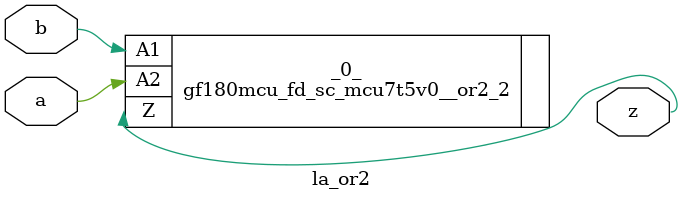
<source format=v>

/* Generated by Yosys 0.37 (git sha1 a5c7f69ed, clang 14.0.0-1ubuntu1.1 -fPIC -Os) */

module la_or2(a, b, z);
  input a;
  wire a;
  input b;
  wire b;
  output z;
  wire z;
  gf180mcu_fd_sc_mcu7t5v0__or2_2 _0_ (
    .A1(b),
    .A2(a),
    .Z(z)
  );
endmodule

</source>
